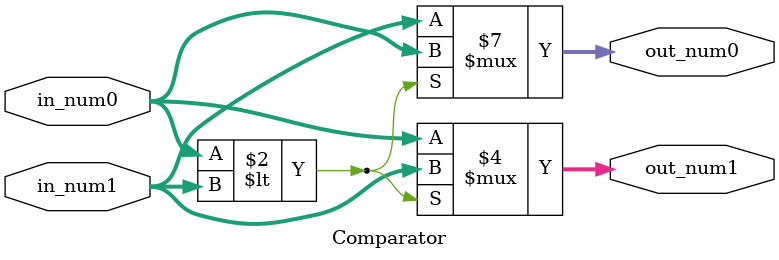
<source format=sv>
module Comb(
  // Input signals
	in_num0,
	in_num1,
	in_num2,
	in_num3,
  // Output signals
	out_num0,
	out_num1
);
//---------------------------------------------------------------------
//   INPUT AND OUTPUT DECLARATION                         
//---------------------------------------------------------------------
input [3:0] in_num0, in_num1, in_num2, in_num3;
output logic [4:0] out_num0, out_num1;

//---------------------------------------------------------------------
//   LOGIC DECLARATION
//---------------------------------------------------------------------
logic [3:0] Xnor, Or, And, Xor;
logic [4:0] sum[0:1];
//---------------------------------------------------------------------
//   Your DESIGN                        
//---------------------------------------------------------------------
assign Xnor = (in_num0 ~^ in_num1);
assign Or = (in_num1 | in_num3);
assign And = (in_num0 & in_num2);
assign Xor = (in_num2 ^ in_num3);
Adder a1(.sum(sum[0]), .in_num0(Xnor), .in_num1(Or));
Adder a2(.sum(sum[1]), .in_num0(And), .in_num1(Xor));
Comparator c1(.in_num0(sum[0]), .in_num1(sum[1]), .out_num0(out_num0), .out_num1(out_num1));
endmodule

module Adder(
	in_num0,
	in_num1,
	sum
);
input [3:0] in_num0, in_num1;
output logic[4:0] sum;
assign sum = in_num0 + in_num1;
endmodule

module Comparator(
	in_num0,
	in_num1,
	out_num0,
	out_num1
);
input [4:0] in_num0, in_num1;
output logic[4:0] out_num0, out_num1;
always_comb begin
	if(in_num0<in_num1)
	begin
		out_num0 = in_num0;
		out_num1 = in_num1;
	end 
	else
	begin
		out_num0 = in_num1;
		out_num1 = in_num0;
	end
end 
endmodule

</source>
